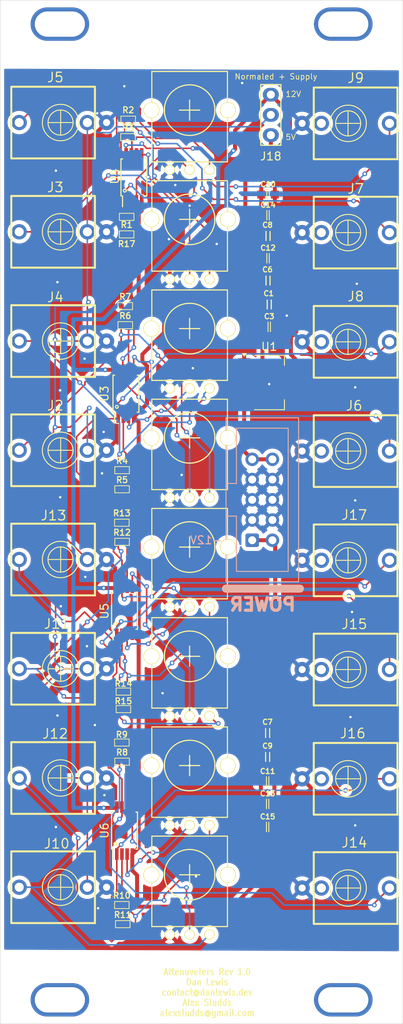
<source format=kicad_pcb>
(kicad_pcb (version 20240108) (generator "pcbnew") (generator_version "8.0")
  (layers (0 "F.Cu" signal) (31 "B.Cu" signal) (34 "B.Paste" user) (35 "F.Paste" user) (36 "B.SilkS" user "B.Silkscreen") (37 "F.SilkS" user "F.Silkscreen") (38 "B.Mask" user) (39 "F.Mask" user) (44 "Edge.Cuts" user))
  (net 0 "")
  (net 1 "Net-(J2-SIG)")
  (net 2 "Net-(U3B-+)")
  (net 3 "Net-(J3-SIG)")
  (net 4 "Net-(U4B-+)")
  (net 5 "Net-(J4-SIG)")
  (net 6 "Net-(U3A-+)")
  (net 7 "Net-(U4A-+)")
  (net 8 "Net-(J5-SIG)")
  (net 9 "Net-(J10-SIG)")
  (net 10 "Net-(U5B-+)")
  (net 11 "Net-(J11-SIG)")
  (net 12 "Net-(U6B-+)")
  (net 13 "Net-(U5A-+)")
  (net 14 "Net-(J12-SIG)")
  (net 15 "Net-(J13-SIG)")
  (net 16 "Net-(U6A-+)")
  (net 17 "+12V")
  (net 18 "-12VA")
  (net 19 "5V")
  (net 20 "NORMALED_IN")
  (net 22 "GNDA")
  (net 23 "Net-(J6-SIG)")
  (net 24 "Net-(J7-SIG)")
  (net 25 "Net-(J8-SIG)")
  (net 26 "Net-(J9-SIG)")
  (net 27 "Net-(J14-SIG)")
  (net 28 "Net-(J15-SIG)")
  (net 29 "Net-(J16-SIG)")
  (net 30 "Net-(J17-SIG)")
  (net 33 "Net-(U3B--)")
  (net 34 "Net-(U4B--)")
  (net 35 "Net-(U3A--)")
  (net 36 "Net-(U4A--)")
  (net 37 "Net-(U5B--)")
  (net 38 "Net-(U6B--)")
  (net 39 "Net-(U5A--)")
  (net 40 "Net-(U6A--)")
  (footprint "4ms_Jack:EighthInch_PJ398SM" (layer "F.Cu") (at 170.1 147.2625 180)
    (property "Reference" "J14")
    (property "Value" "3.5mm_Mono_Switched_sm" (hide yes))
  )
  (footprint "Eurocad:Alpha9mmPot" (layer "F.Cu") (at 150.2 63.314285)
    (property "Reference" "Attenuverter2" (hide yes))
    (property "Value" "100k")
  )
  (footprint "4ms_Resistor:R_0402" (layer "F.Cu") (at 141.715 94.8)
    (property "Reference" "R4")
    (property "Value" "100k_0402" (hide yes))
  )
  (footprint "4ms_Package_SSOP:TSSOP-8_4.4x3mm_Pitch0.65mm" (layer "F.Cu") (at 142.025 112.45 90)
    (property "Reference" "U5")
    (property "Value" "LM358")
  )
  (footprint "4ms_Jack:EighthInch_PJ398SM" (layer "F.Cu") (at 170.1 119.833925 180)
    (property "Reference" "J15")
    (property "Value" "3.5mm_Mono_Switched_sm" (hide yes))
  )
  (footprint "4ms_Resistor:R_0402" (layer "F.Cu") (at 142.115 76.6)
    (property "Reference" "R6")
    (property "Value" "100k_0402" (hide yes))
  )
  (footprint "Package_TO_SOT_SMD:SOT-223-3_TabPin2" (layer "F.Cu") (at 160.2 83.8)
    (property "Reference" "U1")
    (property "Value" "LD1117S50TR_SOT223" (hide yes))
  )
  (footprint "Eurocad:Alpha9mmPot" (layer "F.Cu") (at 150.2 118.171425)
    (property "Reference" "Attenuverter6" (hide yes))
    (property "Value" "100k")
  )
  (footprint "4ms_Resistor:R_0402" (layer "F.Cu") (at 141.715 131.4)
    (property "Reference" "R8")
    (property "Value" "100k_0402" (hide yes))
  )
  (footprint "4ms_Resistor:R_0402" (layer "F.Cu") (at 141.685 149.4 180)
    (property "Reference" "R10")
    (property "Value" "100k_0402" (hide yes))
  )
  (footprint "4ms_Jack:EighthInch_PJ398SM" (layer "F.Cu") (at 170.1 51.2625 180)
    (property "Reference" "J9")
    (property "Value" "3.5mm_Mono_Switched_sm" (hide yes))
  )
  (footprint "4ms_Resistor:R_0402" (layer "F.Cu") (at 142.49 50.8 180)
    (property "Reference" "R2")
    (property "Value" "100k_0402" (hide yes))
  )
  (footprint "4ms_Jack:EighthInch_PJ398SM" (layer "F.Cu") (at 134 78.59107)
    (property "Reference" "J4")
    (property "Value" "3.5mm_Mono_Switched_sm" (hide yes))
  )
  (footprint "4ms_Jack:EighthInch_PJ398SM" (layer "F.Cu") (at 134 106.01964)
    (property "Reference" "J13")
    (property "Value" "3.5mm_Mono_Switched_sm" (hide yes))
  )
  (footprint "4ms_Capacitor:C_0805" (layer "F.Cu") (at 160.2 74)
    (property "Reference" "C1")
    (property "Value" "0.1uF_0805_50V" (hide yes))
  )
  (footprint "4ms_Jack:EighthInch_PJ398SM" (layer "F.Cu") (at 134 92.305355)
    (property "Reference" "J2")
    (property "Value" "3.5mm_Mono_Switched_sm" (hide yes))
  )
  (footprint "4ms_Jack:EighthInch_PJ398SM" (layer "F.Cu") (at 170.1 78.69107 180)
    (property "Reference" "J8")
    (property "Value" "3.5mm_Mono_Switched_sm" (hide yes))
  )
  (footprint "4ms_Package_SSOP:TSSOP-8_4.4x3mm_Pitch0.65mm" (layer "F.Cu") (at 142.025 140.05 90)
    (property "Reference" "U6")
    (property "Value" "LM358")
  )
  (footprint "4ms_Resistor:R_0402" (layer "F.Cu") (at 141.685 129 180)
    (property "Reference" "R9")
    (property "Value" "100k_0402" (hide yes))
  )
  (footprint "4ms_Resistor:R_0402" (layer "F.Cu") (at 141.715 103.8)
    (property "Reference" "R12")
    (property "Value" "100k_0402" (hide yes))
  )
  (footprint "4ms_Resistor:R_0402" (layer "F.Cu") (at 142.29 65.2)
    (property "Reference" "R17")
    (property "Value" "100k_0402" (hide yes))
  )
  (footprint "Eurocad:Alpha9mmPot" (layer "F.Cu") (at 150.2 145.6)
    (property "Reference" "Attenuverter5" (hide yes))
    (property "Value" "100k")
  )
  (footprint "4ms_Jack:EighthInch_PJ398SM" (layer "F.Cu") (at 170.1 106.11964 180)
    (property "Reference" "J17")
    (property "Value" "3.5mm_Mono_Switched_sm" (hide yes))
  )
  (footprint "4ms_Faceplate:Faceplate_Rail_Mount_Slot_Plated" (layer "F.Cu") (at 169.5 38.8)
    (property "Reference" "H2" (hide yes))
    (property "Value" "MountingHole" (hide yes))
  )
  (footprint "4ms_Capacitor:C_0603" (layer "F.Cu") (at 160.05 60.2)
    (property "Reference" "C10")
    (property "Value" "100nF_0603_16V" (hide yes))
  )
  (footprint "4ms_Jack:EighthInch_PJ398SM" (layer "F.Cu") (at 170.1 92.405355 180)
    (property "Reference" "J6")
    (property "Value" "3.5mm_Mono_Switched_sm" (hide yes))
  )
  (footprint "4ms_Resistor:R_0402" (layer "F.Cu") (at 141.685 101.4 180)
    (property "Reference" "R13")
    (property "Value" "100k_0402" (hide yes))
  )
  (footprint "4ms_Package_SSOP:TSSOP-8_4.4x3mm_Pitch0.65mm" (layer "F.Cu") (at 143.2 58.05 90)
    (property "Reference" "U4")
    (property "Value" "LM358")
  )
  (footprint "4ms_Capacitor:C_0805" (layer "F.Cu") (at 160 127.8)
    (property "Reference" "C7")
    (property "Value" "22uF_0603_16V" (hide yes))
  )
  (footprint "4ms_Jack:EighthInch_PJ398SM" (layer "F.Cu") (at 170.1 133.54821 180)
    (property "Reference" "J16")
    (property "Value" "3.5mm_Mono_Switched_sm" (hide yes))
  )
  (footprint "Eurocad:Alpha9mmPot" (layer "F.Cu") (at 150.2 90.742855)
    (property "Reference" "Attenuverter1" (hide yes))
    (property "Value" "100k")
  )
  (footprint "4ms_Capacitor:C_0603" (layer "F.Cu") (at 160 136.7)
    (property "Reference" "C13")
    (property "Value" "100nF_0603_16V" (hide yes))
  )
  (footprint "4ms_Resistor:R_0402" (layer "F.Cu") (at 141.885 122.6 180)
    (property "Reference" "R14")
    (property "Value" "100k_0402" (hide yes))
  )
  (footprint "4ms_Resistor:R_0402" (layer "F.Cu") (at 141.8 151.8)
    (property "Reference" "R11")
    (property "Value" "100k_0402" (hide yes))
  )
  (footprint "4ms_Faceplate:Faceplate_Rail_Mount_Slot_Plated" (layer "F.Cu") (at 133.9 161.3)
    (property "Reference" "H3" (hide yes))
    (property "Value" "MountingHole" (hide yes))
  )
  (footprint "4ms_Resistor:R_0402" (layer "F.Cu") (at 141.885 124.8 180)
    (property "Reference" "R15")
    (property "Value" "100k_0402" (hide yes))
  )
  (footprint "4ms_Jack:EighthInch_PJ398SM" (layer "F.Cu") (at 134 147.1625)
    (property "Reference" "J10")
    (property "Value" "3.5mm_Mono_Switched_sm" (hide yes))
  )
  (footprint "4ms_Resistor:R_0402" (layer "F.Cu") (at 141.715 97.2)
    (property "Reference" "R5")
    (property "Value" "100k_0402" (hide yes))
  )
  (footprint "4ms_Capacitor:C_0603" (layer "F.Cu") (at 160 139.6)
    (property "Reference" "C15")
    (property "Value" "100nF_0603_16V" (hide yes))
  )
  (footprint "4ms_Connector:Pins_1x03_2.54mm_TH" (layer "F.Cu") (at 160.4 50.2)
    (property "Reference" "J18")
    (property "Value" "Conn_01x03" (hide yes))
  )
  (footprint "Eurocad:Alpha9mmPot" (layer "F.Cu") (at 150.2 104.45714)
    (property "Reference" "Attenuverter8" (hide yes))
    (property "Value" "100k")
  )
  (footprint "Eurocad:Alpha9mmPot" (layer "F.Cu") (at 150.2 77.02857)
    (property "Reference" "Attenuverter3" (hide yes))
    (property "Value" "100k")
  )
  (footprint "4ms_Faceplate:Faceplate_Rail_Mount_Slot_Plated" (layer "F.Cu") (at 169.5 161.3)
    (property "Reference" "H4" (hide yes))
    (property "Value" "MountingHole" (hide yes))
  )
  (footprint "4ms_Capacitor:C_0805" (layer "F.Cu") (at 160 130.8)
    (property "Reference" "C9")
    (property "Value" "22uF_0603_16V" (hide yes))
  )
  (footprint "4ms_Capacitor:C_0603" (layer "F.Cu") (at 160.05 68.2)
    (property "Reference" "C12")
    (property "Value" "100nF_0603_16V" (hide yes))
  )
  (footprint "4ms_Faceplate:Faceplate_Rail_Mount_Slot_Plated" (layer "F.Cu") (at 133.9 38.8)
    (property "Reference" "H1" (hide yes))
    (property "Value" "MountingHole" (hide yes))
  )
  (footprint "4ms_Resistor:R_0402" (layer "F.Cu") (at 142.29 63 180)
    (property "Reference" "R1")
    (property "Value" "100k_0402" (hide yes))
  )
  (footprint "4ms_Jack:EighthInch_PJ398SM" (layer "F.Cu") (at 134 119.733925)
    (property "Reference" "J11")
    (property "Value" "3.5mm_Mono_Switched_sm" (hide yes))
  )
  (footprint "4ms_Resistor:R_0402" (layer "F.Cu") (at 142.46 53)
    (property "Reference" "R3")
    (property "Value" "100k_0402" (hide yes))
  )
  (footprint "Eurocad:Alpha9mmPot" (layer "F.Cu") (at 150.2 49.6)
    (property "Reference" "Attenuverter4" (hide yes))
    (property "Value" "100k")
  )
  (footprint "4ms_Package_SSOP:TSSOP-8_4.4x3mm_Pitch0.65mm" (layer "F.Cu") (at 142.2 85.2 90)
    (property "Reference" "U3")
    (property "Value" "LM358")
  )
  (footprint "4ms_Resistor:R_0402" (layer "F.Cu") (at 142.115 74.2)
    (property "Reference" "R7")
    (property "Value" "100k_0402" (hide yes))
  )
  (footprint "4ms_Capacitor:C_0603" (layer "F.Cu") (at 160 133.9)
    (property "Reference" "C11")
    (property "Value" "100nF_0603_16V" (hide yes))
  )
  (footprint "4ms_Jack:EighthInch_PJ398SM" (layer "F.Cu") (at 170.1 64.976785 180)
    (property "Reference" "J7")
    (property "Value" "3.5mm_Mono_Switched_sm" (hide yes))
  )
  (footprint "4ms_Capacitor:C_0603" (layer "F.Cu") (at 160.05 62.8)
    (property "Reference" "C14")
    (property "Value" "100nF_0603_16V" (hide yes))
  )
  (footprint "4ms_Capacitor:C_0805" (layer "F.Cu") (at 160.05 71)
    (property "Reference" "C6")
    (property "Value" "22uF_0603_16V" (hide yes))
  )
  (footprint "4ms_Capacitor:C_0805" (layer "F.Cu") (at 160.05 65.4)
    (property "Reference" "C8")
    (property "Value" "22uF_0603_16V" (hide yes))
  )
  (footprint "4ms_Jack:EighthInch_PJ398SM" (layer "F.Cu") (at 134 133.44821)
    (property "Reference" "J12")
    (property "Value" "3.5mm_Mono_Switched_sm" (hide yes))
  )
  (footprint "4ms_Jack:EighthInch_PJ398SM" (layer "F.Cu") (at 134 51.1625)
    (property "Reference" "J5")
    (property "Value" "3.5mm_Mono_Switched_sm" (hide yes))
  )
  (footprint "4ms_Jack:EighthInch_PJ398SM" (layer "F.Cu") (at 134 64.876785)
    (property "Reference" "J3")
    (property "Value" "3.5mm_Mono_Switched_sm" (hide yes))
  )
  (footprint "Eurocad:Alpha9mmPot" (layer "F.Cu") (at 150.2 131.88571)
    (property "Reference" "Attenuverter7" (hide yes))
    (property "Value" "100k")
  )
  (footprint "4ms_Capacitor:C_0603" (layer "F.Cu") (at 160.2 76.8)
    (property "Reference" "C3")
    (property "Value" "10uF_0603_10V")
  )
  (footprint "4ms_Connector:Pins_2x05_2.54mm_TH_EurorackPower_Shrouded" (layer "B.Cu") (at 159.33 98.52 180)
    (property "Reference" "J1")
    (property "Value" "Eurorack_Power_10pin_Shrouded")
  )
  (gr_rect (start 126.405993 35.800135) (end 176.985993 164.300135) (stroke (width 0.05)) (fill none) (layer "Edge.Cuts"))
  (gr_text "Normaled + Supply" (at 155.8 45.8 0) (layer "F.SilkS") (effects (font (size 0.7 0.7) (thickness 0.1)) (justify left bottom)))
  (gr_text "Attenuveters Rev 1.0\nDan Lewis\ncontact@danlewis.dev\nAlex Sludds\nalexsludds@gmail.com" (at 152.4 163.4 0) (layer "F.SilkS") (effects (font (size 0.8 0.7) (thickness 0.15) (bold yes)) (justify bottom)))
  (gr_text "12V" (at 162.2 48 0) (layer "F.SilkS") (effects (font (size 0.7 0.7) (thickness 0.1)) (justify left bottom)))
  (gr_text "5V" (at 162.2 53.4 0) (layer "F.SilkS") (effects (font (size 0.7 0.7) (thickness 0.1)) (justify left bottom)))
  (segment (start 141.6 79.2) (end 141.6 77.8) (width 0.2) (layer "F.Cu") (net 1))
  (segment (start 137.05 84.048355) (end 137.05 83.75) (width 0.2) (layer "F.Cu") (net 1))
  (segment (start 149.2 89.4) (end 149.2 83.4) (width 0.2) (layer "F.Cu") (net 1))
  (segment (start 149.8 90) (end 149.2 89.4) (width 0.2) (layer "F.Cu") (net 1))
  (segment (start 141.6 76.63) (end 141.63 76.6) (width 0.2) (layer "F.Cu") (net 1))
  (segment (start 128.793 92.305355) (end 137.05 84.048355) (width 0.2) (layer "F.Cu") (net 1))
  (segment (start 137.05 83.75) (end 141.6 79.2) (width 0.2) (layer "F.Cu") (net 1))
  (segment (start 149.2 83.4) (end 146.2 80.4) (width 0.2) (layer "F.Cu") (net 1))
  (segment (start 141.6 77.8) (end 141.6 76.63) (width 0.2) (layer "F.Cu") (net 1))
  (via (at 146.2 80.4) (size 0.6) (drill 0.3) (layers "F.Cu" "B.Cu") (net 1))
  (via (at 149.8 90) (size 0.6) (drill 0.3) (layers "F.Cu" "B.Cu") (net 1))
  (via (at 141.6 77.8) (size 0.6) (drill 0.3) (layers "F.Cu" "B.Cu") (net 1))
  (segment (start 141.6 77.8) (end 143.8 77.8) (width 0.2) (layer "B.Cu") (net 1))
  (segment (start 143.8 77.8) (end 146.2 80.2) (width 0.2) (layer "B.Cu") (net 1))
  (segment (start 152.7 92.9) (end 149.8 90) (width 0.2) (layer "B.Cu") (net 1))
  (segment (start 146.2 80.2) (end 146.2 80.4) (width 0.2) (layer "B.Cu") (net 1))
  (segment (start 152.7 98.242855) (end 152.7 92.9) (width 0.2) (layer "B.Cu") (net 1))
  (segment (start 143.175 82.25) (end 143.175 80.700177) (width 0.2) (layer "F.Cu") (net 2))
  (segment (start 143.175 80.700177) (end 143.268794 80.606383) (width 0.2) (layer "F.Cu") (net 2))
  (segment (start 145.4 85.2) (end 145.4 81.2) (width 0.2) (layer "F.Cu") (net 2))
  (segment (start 148.6 90.4) (end 148.6 88.4) (width 0.2) (layer "F.Cu") (net 2))
  (segment (start 148.6 88.4) (end 145.4 85.2) (width 0.2) (layer "F.Cu") (net 2))
  (via (at 148.6 90.4) (size 0.6) (drill 0.3) (layers "F.Cu" "B.Cu") (net 2))
  (via (at 143.268794 80.606383) (size 0.6) (drill 0.3) (layers "F.Cu" "B.Cu") (net 2))
  (via (at 145.4 81.2) (size 0.6) (drill 0.3) (layers "F.Cu" "B.Cu") (net 2))
  (segment (start 150.2 98.242855) (end 150.2 92) (width 0.2) (layer "B.Cu") (net 2))
  (segment (start 150.2 92) (end 148.6 90.4) (width 0.2) (layer "B.Cu") (net 2))
  (segment (start 143.862411 81.2) (end 143.268794 80.606383) (width 0.2) (layer "B.Cu") (net 2))
  (segment (start 145.4 81.2) (end 143.862411 81.2) (width 0.2) (layer "B.Cu") (net 2))
  (segment (start 132.923215 64.876785) (end 139.4 58.4) (width 0.2) (layer "F.Cu") (net 3))
  (segment (start 139.4 58.4) (end 140 57.8) (width 0.2) (layer "F.Cu") (net 3))
  (segment (start 145.788482 57.864717) (end 145.788482 58.107721) (width 0.2) (layer "F.Cu") (net 3))
  (segment (start 128.793 64.876785) (end 132.923215 64.876785) (width 0.2) (layer "F.Cu") (net 3))
  (segment (start 145.788482 58.107721) (end 152.7 65.019239) (width 0.2) (layer "F.Cu") (net 3))
  (segment (start 144 52.4) (end 142.975 51.375) (width 0.2) (layer "F.Cu") (net 3))
  (segment (start 152.7 65.019239) (end 152.7 70.814285) (width 0.2) (layer "F.Cu") (net 3))
  (segment (start 142.975 51.375) (end 142.975 50.8) (width 0.2) (layer "F.Cu") (net 3))
  (via (at 140 57.8) (size 0.6) (drill 0.3) (layers "F.Cu" "B.Cu") (net 3))
  (via (at 145.788482 57.864717) (size 0.6) (drill 0.3) (layers "F.Cu" "B.Cu") (net 3))
  (via (at 144 52.4) (size 0.6) (drill 0.3) (layers "F.Cu" "B.Cu") (net 3))
  (segment (start 145.6 57.864717) (end 145.6 58.248529) (width 0.2) (layer "B.Cu") (net 3))
  (segment (start 145.788482 57.864717) (end 145.6 57.864717) (width 0.2) (layer "B.Cu") (net 3))
  (segment (start 145.6 58.248529) (end 145.248529 58.6) (width 0.2) (layer "B.Cu") (net 3))
  (segment (start 145.6 57.676235) (end 145.6 54) (width 0.2) (layer "B.Cu") (net 3))
  (segment (start 143.951471 57.8) (end 140 57.8) (width 0.2) (layer "B.Cu") (net 3))
  (segment (start 145.788482 57.864717) (end 145.6 57.676235) (width 0.2) (layer "B.Cu") (net 3))
  (segment (start 145.248529 58.6) (end 144.751471 58.6) (width 0.2) (layer "B.Cu") (net 3))
  (segment (start 145.6 54) (end 144 52.4) (width 0.2) (layer "B.Cu") (net 3))
  (segment (start 144.751471 58.6) (end 143.951471 57.8) (width 0.2) (layer "B.Cu") (net 3))
  (segment (start 150.2 63.2) (end 145 58) (width 0.2) (layer "F.Cu") (net 4))
  (segment (start 144.275 55.2) (end 144.175 55.1) (width 0.2) (layer "F.Cu") (net 4))
  (segment (start 150.2 70.814285) (end 150.2 63.2) (width 0.2) (layer "F.Cu") (net 4))
  (segment (start 145 55.2) (end 144.275 55.2) (width 0.2) (layer "F.Cu") (net 4))
  (via (at 145 55.2) (size 0.6) (drill 0.3) (layers "F.Cu" "B.Cu") (net 4))
  (via (at 145 58) (size 0.6) (drill 0.3) (layers "F.Cu" "B.Cu") (net 4))
  (segment (start 145 55.2) (end 145 58) (width 0.2) (layer "B.Cu") (net 4))
  (segment (start 131.19107 78.59107) (end 136.4 83.8) (width 0.2) (layer "F.Cu") (net 5))
  (segment (start 128.793 78.59107) (end 131.19107 78.59107) (width 0.2) (layer "F.Cu") (net 5))
  (segment (start 150.2 87.6) (end 152 85.8) (width 0.2) (layer "F.Cu") (net 5))
  (segment (start 141.23 94.8) (end 141.23 92.97) (width 0.2) (layer "F.Cu") (net 5))
  (segment (start 141.23 92.97) (end 141.4 92.8) (width 0.2) (layer "F.Cu") (net 5))
  (segment (start 150.2 88.8) (end 150.2 87.6) (width 0.2) (layer "F.Cu") (net 5))
  (via (at 136.4 83.8) (size 0.6) (drill 0.3) (layers "F.Cu" "B.Cu") (net 5))
  (via (at 150.2 88.8) (size 0.6) (drill 0.3) (layers "F.Cu" "B.Cu") (net 5))
  (via (at 141.4 92.8) (size 0.6) (drill 0.3) (layers "F.Cu" "B.Cu") (net 5))
  (via (at 152 85.8) (size 0.6) (drill 0.3) (layers "F.Cu" "B.Cu") (net 5))
  (segment (start 152 85.22857) (end 152.7 84.52857) (width 0.2) (layer "B.Cu") (net 5))
  (segment (start 136.4 83.8) (end 141.4 88.8) (width 0.2) (layer "B.Cu") (net 5))
  (segment (start 141.4 92.8) (end 145.4 88.8) (width 0.2) (layer "B.Cu") (net 5))
  (segment (start 141.4 88.8) (end 141.4 92.8) (width 0.2) (layer "B.Cu") (net 5))
  (segment (start 145.4 88.8) (end 150.2 88.8) (width 0.2) (layer "B.Cu") (net 5))
  (segment (start 152 85.8) (end 152 85.22857) (width 0.2) (layer "B.Cu") (net 5))
  (segment (start 144.84038 88.44038) (end 145.88076 87.4) (width 0.2) (layer "F.Cu") (net 6))
  (segment (start 142.6 89.4) (end 142.6 88.225) (width 0.2) (layer "F.Cu") (net 6))
  (segment (start 142.6 88.225) (end 142.525 88.15) (width 0.2) (layer "F.Cu") (net 6))
  (segment (start 145.88076 87.4) (end 146.6 87.4) (width 0.2) (layer "F.Cu") (net 6))
  (segment (start 146.6 87.4) (end 146.64038 87.35962) (width 0.2) (layer "F.Cu") (net 6))
  (via (at 146.64038 87.35962) (size 0.6) (drill 0.3) (layers "F.Cu" "B.Cu") (net 6))
  (via (at 142.6 89.4) (size 0.6) (drill 0.3) (layers "F.Cu" "B.Cu") (net 6))
  (via (at 144.84038 88.44038) (size 0.6) (drill 0.3) (layers "F.Cu" "B.Cu") (net 6))
  (segment (start 150.2 84.52857) (end 147.36895 87.35962) (width 0.2) (layer "B.Cu") (net 6))
  (segment (start 143.55962 88.44038) (end 144.84038 88.44038) (width 0.2) (layer "B.Cu") (net 6))
  (segment (start 142.6 89.4) (end 143.55962 88.44038) (width 0.2) (layer "B.Cu") (net 6))
  (segment (start 147.36895 87.35962) (end 146.64038 87.35962) (width 0.2) (layer "B.Cu") (net 6))
  (segment (start 150.2 57.1) (end 148.1 55) (width 0.2) (layer "F.Cu") (net 7))
  (segment (start 146.8 55) (end 143.525 58.275) (width 0.2) (layer "F.Cu") (net 7))
  (segment (start 148.1 55) (end 146.8 55) (width 0.2) (layer "F.Cu") (net 7))
  (segment (start 143.525 58.275) (end 143.525 61) (width 0.2) (layer "F.Cu") (net 7))
  (segment (start 141.031 49.369) (end 141.2 49.2) (width 0.2) (layer "F.Cu") (net 8))
  (segment (start 152.7 55.5) (end 150.35 53.15) (width 0.2) (layer "F.Cu") (net 8))
  (segment (start 141.2 49.2) (end 130.7555 49.2) (width 0.2) (layer "F.Cu") (net 8))
  (segment (start 130.7555 49.2) (end 128.793 51.1625) (width 0.2) (layer "F.Cu") (net 8))
  (segment (start 141.031 63.569) (end 141.031 49.369) (width 0.2) (layer "F.Cu") (net 8))
  (segment (start 143.8 49.2) (end 141.2 49.2) (width 0.2) (layer "F.Cu") (net 8))
  (segment (start 150.35 53.15) (end 145.95 53.15) (width 0.2) (layer "F.Cu") (net 8))
  (segment (start 144 51.2) (end 144 49.4) (width 0.2) (layer "F.Cu") (net 8))
  (segment (start 145.95 53.15) (end 144 51.2) (width 0.2) (layer "F.Cu") (net 8))
  (segment (start 152.7 57.1) (end 152.7 55.5) (width 0.2) (layer "F.Cu") (net 8))
  (segment (start 141.805 64.405) (end 141 63.6) (width 0.2) (layer "F.Cu") (net 8))
  (segment (start 141.805 65.2) (end 141.805 64.405) (width 0.2) (layer "F.Cu") (net 8))
  (segment (start 141 63.6) (end 141.031 63.569) (width 0.2) (layer "F.Cu") (net 8))
  (segment (start 144 49.4) (end 143.8 49.2) (width 0.2) (layer "F.Cu") (net 8))
  (segment (start 141.4 132.4) (end 141.4 131.57) (width 0.2) (layer "F.Cu") (net 9))
  (segment (start 141.4 131.57) (end 141.23 131.4) (width 0.2) (layer "F.Cu") (net 9))
  (via (at 141.4 132.4) (size 0.6) (drill 0.3) (layers "F.Cu" "B.Cu") (net 9))
  (segment (start 152.7 153.1) (end 151.4 154.4) (width 0.2) (layer "B.Cu") (net 9))
  (segment (start 141.4 137.2) (end 141.4 132.4) (width 0.2) (layer "B.Cu") (net 9))
  (segment (start 131.4375 147.1625) (end 140 138.6) (width 0.2) (layer "B.Cu") (net 9))
  (segment (start 151.4 154.4) (end 137.6 154.4) (width 0.2) (layer "B.Cu") (net 9))
  (segment (start 130.3625 147.1625) (end 128.793 147.1625) (width 0.2) (layer "B.Cu") (net 9))
  (segment (start 137.6 154.4) (end 130.3625 147.1625) (width 0.2) (layer "B.Cu") (net 9))
  (segment (start 128.793 147.1625) (end 131.4375 147.1625) (width 0.2) (layer "B.Cu") (net 9))
  (segment (start 140 138.6) (end 141.4 137.2) (width 0.2) (layer "B.Cu") (net 9))
  (segment (start 144.6 114.2) (end 144.8 114) (width 0.2) (layer "F.Cu") (net 10))
  (segment (start 143 109.5) (end 143 107.8) (width 0.2) (layer "F.Cu") (net 10))
  (segment (start 144.8 114) (end 144.8 109.4) (width 0.2) (layer "F.Cu") (net 10))
  (via (at 144.6 114.2) (size 0.6) (drill 0.3) (layers "F.Cu" "B.Cu") (net 10))
  (via (at 143 107.8) (size 0.6) (drill 0.3) (layers "F.Cu" "B.Cu") (net 10))
  (via (at 144.8 109.4) (size 0.6) (drill 0.3) (layers "F.Cu" "B.Cu") (net 10))
  (segment (start 144.8 109.4) (end 144.6 109.4) (width 0.2) (layer "B.Cu") (net 10))
  (segment (start 150.2 125.671425) (end 150.2 119.8) (width 0.2) (layer "B.Cu") (net 10))
  (segment (start 150.2 119.8) (end 144.6 114.2) (width 0.2) (layer "B.Cu") (net 10))
  (segment (start 144.6 109.4) (end 143 107.8) (width 0.2) (layer "B.Cu") (net 10))
  (segment (start 141.23 103.8) (end 141.23 104.63) (width 0.2) (layer "F.Cu") (net 11))
  (segment (start 128.793 119.733925) (end 131.466075 119.733925) (width 0.2) (layer "F.Cu") (net 11))
  (segment (start 153.8 126.6) (end 153.628575 126.6) (width 0.2) (layer "F.Cu") (net 11))
  (segment (start 141.23 104.63) (end 141.6 105) (width 0.2) (layer "F.Cu") (net 11))
  (segment (start 131.466075 119.733925) (end 137.34038 113.85962) (width 0.2) (layer "F.Cu") (net 11))
  (segment (start 139 123.4) (end 142 126.4) (width 0.2) (layer "F.Cu") (net 11))
  (segment (start 134.6 123.4) (end 139 123.4) (width 0.2) (layer "F.Cu") (net 11))
  (segment (start 153.628575 126.6) (end 152.7 125.671425) (width 0.2) (layer "F.Cu") (net 11))
  (segment (start 134.4 123.2) (end 134.6 123.4) (width 0.2) (layer "F.Cu") (net 11))
  (via (at 137.34038 113.85962) (size 0.6) (drill 0.3) (layers "F.Cu" "B.Cu") (net 11))
  (via (at 134.4 123.2) (size 0.6) (drill 0.3) (layers "F.Cu" "B.Cu") (net 11))
  (via (at 153.8 126.6) (size 0.6) (drill 0.3) (layers "F.Cu" "B.Cu") (net 11))
  (via (at 142 126.4) (size 0.6) (drill 0.3) (layers "F.Cu" "B.Cu") (net 11))
  (via (at 141.6 105) (size 0.6) (drill 0.3) (layers "F.Cu" "B.Cu") (net 11))
  (segment (start 130.933925 119.733925) (end 134.4 123.2) (width 0.2) (layer "B.Cu") (net 11))
  (segment (start 142 126.4) (end 142.221425 126.621425) (width 0.2) (layer "B.Cu") (net 11))
  (segment (start 128.793 119.733925) (end 130.933925 119.733925) (width 0.2) (layer "B.Cu") (net 11))
  (segment (start 153.778575 126.621425) (end 153.8 126.6) (width 0.2) (layer "B.Cu") (net 11))
  (segment (start 141.6 105) (end 141.6 106) (width 0.2) (layer "B.Cu") (net 11))
  (segment (start 142.221425 126.621425) (end 153.778575 126.621425) (width 0.2) (layer "B.Cu") (net 11))
  (segment (start 141.6 106) (end 140 107.6) (width 0.2) (layer "B.Cu") (net 11))
  (segment (start 140 111.2) (end 137.34038 113.85962) (width 0.2) (layer "B.Cu") (net 11))
  (segment (start 140 107.6) (end 140 111.2) (width 0.2) (layer "B.Cu") (net 11))
  (segment (start 143 137.1) (end 143 141.4) (width 0.2) (layer "F.Cu") (net 12))
  (segment (start 149.8 147.2) (end 149.8 148.6) (width 0.2) (layer "F.Cu") (net 12))
  (via (at 149.8 147.2) (size 0.6) (drill 0.3) (layers "F.Cu" "B.Cu") (net 12))
  (via (at 143 141.4) (size 0.6) (drill 0.3) (layers "F.Cu" "B.Cu") (net 12))
  (via (at 149.8 148.6) (size 0.6) (drill 0.3) (layers "F.Cu" "B.Cu") (net 12))
  (segment (start 149.8 149.6) (end 150.2 150) (width 0.2) (layer "B.Cu") (net 12))
  (segment (start 148.969239 147.2) (end 149.8 147.2) (width 0.2) (layer "B.Cu") (net 12))
  (segment (start 149.8 148.6) (end 149.8 149.6) (width 0.2) (layer "B.Cu") (net 12))
  (segment (start 143.169239 141.4) (end 148.969239 147.2) (width 0.2) (layer "B.Cu") (net 12))
  (segment (start 150.2 150) (end 150.2 153.1) (width 0.2) (layer "B.Cu") (net 12))
  (segment (start 143 141.4) (end 143.169239 141.4) (width 0.2) (layer "B.Cu") (net 12))
  (segment (start 142.35 115.4) (end 142.35 117.10373) (width 0.2) (layer "F.Cu") (net 13))
  (segment (start 146.2 115.4) (end 145 116.6) (width 0.2) (layer "F.Cu") (net 13))
  (segment (start 142.35 117.10373) (end 142.365953 117.119683) (width 0.2) (layer "F.Cu") (net 13))
  (segment (start 146.8 115.4) (end 146.2 115.4) (width 0.2) (layer "F.Cu") (net 13))
  (via (at 146.8 115.4) (size 0.6) (drill 0.3) (layers "F.Cu" "B.Cu") (net 13))
  (via (at 145 116.6) (size 0.6) (drill 0.3) (layers "F.Cu" "B.Cu") (net 13))
  (via (at 142.365953 117.119683) (size 0.6) (drill 0.3) (layers "F.Cu" "B.Cu") (net 13))
  (segment (start 150.2 111.95714) (end 146.8 115.35714) (width 0.2) (layer "B.Cu") (net 13))
  (segment (start 142.885636 116.6) (end 142.365953 117.119683) (width 0.2) (layer "B.Cu") (net 13))
  (segment (start 146.8 115.35714) (end 146.8 115.4) (width 0.2) (layer "B.Cu") (net 13))
  (segment (start 145 116.6) (end 142.885636 116.6) (width 0.2) (layer "B.Cu") (net 13))
  (segment (start 147 148.2) (end 152.7 142.5) (width 0.2) (layer "F.Cu") (net 14))
  (segment (start 141 153.4) (end 141.641948 153.4) (width 0.2) (layer "F.Cu") (net 14))
  (segment (start 136.0876 141.1124) (end 136.0876 149.6876) (width 0.2) (layer "F.Cu") (net 14))
  (segment (start 147 148.8) (end 147 148.2) (width 0.2) (layer "F.Cu") (net 14))
  (segment (start 152.7 142.5) (end 152.7 139.38571) (width 0.2) (layer "F.Cu") (net 14))
  (segment (start 136.0876 149.6876) (end 140.4 154) (width 0.2) (layer "F.Cu") (net 14))
  (segment (start 136.2 141) (end 136.0876 141.1124) (width 0.2) (layer "F.Cu") (net 14))
  (segment (start 143.4 151.641948) (end 143.4 150.8) (width 0.2) (layer "F.Cu") (net 14))
  (segment (start 142.17 149.4) (end 142.17 149.57) (width 0.2) (layer "F.Cu") (net 14))
  (segment (start 140.4 154) (end 141 153.4) (width 0.2) (layer "F.Cu") (net 14))
  (segment (start 141.641948 153.4) (end 143.4 151.641948) (width 0.2) (layer "F.Cu") (net 14))
  (segment (start 142.17 149.57) (end 143.4 150.8) (width 0.2) (layer "F.Cu") (net 14))
  (via (at 147 148.8) (size 0.6) (drill 0.3) (layers "F.Cu" "B.Cu") (net 14))
  (via (at 136.2 141) (size 0.6) (drill 0.3) (layers "F.Cu" "B.Cu") (net 14))
  (via (at 143.4 150.8) (size 0.6) (drill 0.3) (layers "F.Cu" "B.Cu") (net 14))
  (segment (start 128.793 133.44821) (end 136.2 140.85521) (width 0.2) (layer "B.Cu") (net 14))
  (segment (start 136.2 140.85521) (end 136.2 141) (width 0.2) (layer "B.Cu") (net 14))
  (segment (start 143.4 150.8) (end 145.4 148.8) (width 0.2) (layer "B.Cu") (net 14))
  (segment (start 145.4 148.8) (end 147 148.8) (width 0.2) (layer "B.Cu") (net 14))
  (segment (start 142.37 120.83) (end 142.6 120.6) (width 0.2) (layer "F.Cu") (net 15))
  (segment (start 135.8 113.8) (end 137 112.6) (width 0.2) (layer "F.Cu") (net 15))
  (segment (start 137 112.6) (end 141.3 116.9) (width 0.2) (layer "F.Cu") (net 15))
  (segment (start 141.431 119.431) (end 142.6 120.6) (width 0.2) (layer "F.Cu") (net 15))
  (segment (start 141.431 118.065314) (end 141.431 119.431) (width 0.2) (layer "F.Cu") (net 15))
  (segment (start 141.3 116.9) (end 141.3 117.934314) (width 0.2) (layer "F.Cu") (net 15))
  (segment (start 148 119) (end 152.7 114.3) (width 0.2) (layer "F.Cu") (net 15))
  (segment (start 152.7 114.3) (end 152.7 111.95714) (width 0.2) (layer "F.Cu") (net 15))
  (segment (start 134.4 113.8) (end 135.8 113.8) (width 0.2) (layer "F.Cu") (net 15))
  (segment (start 141.3 117.934314) (end 141.431 118.065314) (width 0.2) (layer "F.Cu") (net 15))
  (segment (start 142.37 122.6) (end 142.37 120.83) (width 0.2) (layer "F.Cu") (net 15))
  (via (at 134.4 113.8) (size 0.6) (drill 0.3) (layers "F.Cu" "B.Cu") (net 15))
  (via (at 142.6 120.6) (size 0.6) (drill 0.3) (layers "F.Cu" "B.Cu") (net 15))
  (via (at 148 119) (size 0.6) (drill 0.3) (layers "F.Cu" "B.Cu") (net 15))
  (segment (start 142.6 120.6) (end 146.4 120.6) (width 0.2) (layer "B.Cu") (net 15))
  (segment (start 128.793 106.01964) (end 128.793 108.193) (width 0.2) (layer "B.Cu") (net 15))
  (segment (start 128.793 108.193) (end 134.4 113.8) (width 0.2) (layer "B.Cu") (net 15))
  (segment (start 146.4 120.6) (end 148 119) (width 0.2) (layer "B.Cu") (net 15))
  (segment (start 142.4 145.6) (end 142.35 145.55) (width 0.2) (layer "F.Cu") (net 16))
  (segment (start 142.35 145.55) (end 142.35 143) (width 0.2) (layer "F.Cu") (net 16))
  (segment (start 145 142.8) (end 144 143.8) (width 0.2) (layer "F.Cu") (net 16))
  (segment (start 145.6 142.8) (end 145 142.8) (width 0.2) (layer "F.Cu") (net 16))
  (via (at 145.6 142.8) (size 0.6) (drill 0.3) (layers "F.Cu" "B.Cu") (net 16))
  (via (at 142.4 145.6) (size 0.6) (drill 0.3) (layers "F.Cu" "B.Cu") (net 16))
  (via (at 144 143.8) (size 0.6) (drill 0.3) (layers "F.Cu" "B.Cu") (net 16))
  (segment (start 150.2 139.38571) (end 146.78571 142.8) (width 0.2) (layer "B.Cu") (net 16))
  (segment (start 144 143.8) (end 142.4 145.4) (width 0.2) (layer "B.Cu") (net 16))
  (segment (start 142.4 145.4) (end 142.4 145.6) (width 0.2) (layer "B.Cu") (net 16))
  (segment (start 146.78571 142.8) (end 145.6 142.8) (width 0.2) (layer "B.Cu") (net 16))
  (segment (start 139.6 82.2) (end 141.175 82.2) (width 0.5) (layer "F.Cu") (net 17))
  (segment (start 162.919 78.104874) (end 162.919 80.298133) (width 0.5) (layer "F.Cu") (net 17))
  (segment (start 141.175 82.2) (end 141.225 82.25) (width 0.5) (layer "F.Cu") (net 17))
  (segment (start 140.95 137.2) (end 141.05 137.1) (width 0.5) (layer "F.Cu") (net 17))
  (segment (start 159.2 70.9) (end 159.1 71) (width 0.5) (layer "F.Cu") (net 17))
  (segment (start 162.919 80.298133) (end 163.820867 81.2) (width 0.5) (layer "F.Cu") (net 17))
  (segment (start 155.9 54.5) (end 155.9 52.16) (width 0.5) (layer "F.Cu") (net 17))
  (segment (start 165 85.8) (end 164.65 86.15) (width 0.5) (layer "F.Cu") (net 17))
  (segment (start 157.05 92.43) (end 158.06 93.44) (width 0.5) (layer "F.Cu") (net 17))
  (segment (start 164.65 86.15) (end 157.1 86.15) (width 0.5) (layer "F.Cu") (net 17))
  (segment (start 159.2 65.3) (end 159.1 65.4) (width 0.5) (layer "F.Cu") (net 17))
  (segment (start 155.7 54.7) (end 155.9 54.5) (width 0.5) (layer "F.Cu") (net 17))
  (segment (start 159.1 68.1) (end 159.2 68.2) (width 0.5) (layer "F.Cu") (net 17))
  (segment (start 159.1 72.6) (end 159.1 73.85) (width 0.5) (layer "F.Cu") (net 17))
  (segment (start 159.2 62.8) (end 159.2 65.3) (width 0.5) (layer "F.Cu") (net 17))
  (segment (start 144.2 53.8) (end 144.8 54.4) (width 0.2) (layer "F.Cu") (net 17))
  (segment (start 159.1 65.4) (end 159.1 68.1) (width 0.5) (layer "F.Cu") (net 17))
  (segment (start 159.1 71) (end 159.1 72.6) (width 0.5) (layer "F.Cu") (net 17))
  (segment (start 159.2 68.2) (end 159.2 70.9) (width 0.5) (layer "F.Cu") (net 17))
  (segment (start 142.225 55.1) (end 142.225 54.025) (width 0.2) (layer "F.Cu") (net 17))
  (segment (start 159.1 72.6) (end 159.3 72.4) (width 0.5) (layer "F.Cu") (net 17))
  (segment (start 155.9 52.16) (end 160.4 47.66) (width 0.5) (layer "F.Cu") (net 17))
  (segment (start 144.8 54.4) (end 150.6 54.4) (width 0.2) (layer "F.Cu") (net 17))
  (segment (start 157.05 85.7) (end 157.1 85.75) (width 0.5) (layer "F.Cu") (net 17))
  (segment (start 159.2 60.2) (end 159.2 62.8) (width 0.5) (layer "F.Cu") (net 17))
  (segment (start 140.95 109.6) (end 141.05 109.5) (width 0.5) (layer "F.Cu") (net 17))
  (segment (start 159.3 72.4) (end 163.6 72.4) (width 0.5) (layer "F.Cu") (net 17))
  (segment (start 163.820867 81.2) (end 165 81.2) (width 0.5) (layer "F.Cu") (net 17))
  (segment (start 142.225 54.025) (end 142.2 54) (width 0.2) (layer "F.Cu") (net 17))
  (segment (start 160.6 93.44) (end 158.06 93.44) (width 0.5) (layer "F.Cu") (net 17))
  (segment (start 157.05 92.43) (end 157.05 86.1) (width 0.5) (layer "F.Cu") (net 17))
  (segment (start 165 81.2) (end 165 85.8) (width 0.5) (layer "F.Cu") (net 17))
  (segment (start 162.8 50.06) (end 160.4 47.66) (width 0.5) (layer "F.Cu") (net 17))
  (segment (start 159.2 59.2) (end 162.8 55.6) (width 0.5) (layer "F.Cu") (net 17))
  (segment (start 162.8 55.6) (end 162.8 50.06) (width 0.5) (layer "F.Cu") (net 17))
  (segment (start 163.6 72.4) (end 163.6 77.423874) (width 0.5) (layer "F.Cu") (net 17))
  (segment (start 157.1 86.15) (end 157.05 86.1) (width 0.5) (layer "F.Cu") (net 17))
  (segment (start 159.1 73.85) (end 159.25 74) (width 0.5) (layer "F.Cu") (net 17))
  (segment (start 139.4 109.6) (end 140.95 109.6) (width 0.5) (layer "F.Cu") (net 17))
  (segment (start 159.2 60.2) (end 159.2 59.2) (width 0.5) (layer "F.Cu") (net 17))
  (segment (start 139.4 137.2) (end 140.95 137.2) (width 0.5) (layer "F.Cu") (net 17))
  (segment (start 163.6 77.423874) (end 162.919 78.104874) (width 0.5) (layer "F.Cu") (net 17))
  (via (at 142.2 54) (size 0.6) (drill 0.3) (layers "F.Cu" "B.Cu") (net 17))
  (via (at 155.7 54.7) (size 0.6) (drill 0.3) (layers "F.Cu" "B.Cu") (net 17))
  (via (at 144.2 53.8) (size 0.6) (drill 0.3) (layers "F.Cu" "B.Cu") (net 17))
  (via (at 139.4 137.2) (size 0.6) (drill 0.3) (layers "F.Cu" "B.Cu") (net 17))
  (via (at 150.6 54.4) (size 0.6) (drill 0.3) (layers "F.Cu" "B.Cu") (net 17))
  (via (at 139.4 109.6) (size 0.6) (drill 0.3) (layers "F.Cu" "B.Cu") (net 17))
  (via (at 139.6 82.2) (size 0.6) (drill 0.3) (layers "F.Cu" "B.Cu") (net 17))
  (segment (start 135.6 137.2) (end 139.4 137.2) (width 0.5) (layer "B.Cu") (net 17))
  (segment (start 144 54) (end 144.2 53.8) (width 0.2) (layer "B.Cu") (net 17))
  (segment (start 135.6 75.85) (end 135.6 82.2) (width 0.5) (layer "B.Cu") (net 17))
  (segment (start 153.8 56.644365) (end 153.8 61.4) (width 0.5) (layer "B.Cu") (net 17))
  (segment (start 139.35 75.85) (end 135.6 75.85) (width 0.5) (layer "B.Cu") (net 17))
  (segment (start 160.4 48.189889) (end 160.4 47.66) (width 0.5) (layer "B.Cu") (net 17))
  (segment (start 153.8 56.6) (end 155.7 54.7) (width 0.5) (layer "B.Cu") (net 17))
  (segment (start 135.6 109.6) (end 135.6 137.2) (width 0.5) (layer "B.Cu") (net 17))
  (segment (start 151.555635 54.4) (end 150.6 54.4) (width 0.5) (layer "B.Cu") (net 17))
  (segment (start 135.6 82.2) (end 139.6 82.2) (width 0.5) (layer "B.Cu") (net 17))
  (segment (start 135.6 109.6) (end 139.4 109.6) (width 0.5) (layer "B.Cu") (net 17))
  (segment (start 142.2 54) (end 144 54) (width 0.2) (layer "B.Cu") (net 17))
  (segment (start 135.6 82.2) (end 135.6 109.6) (width 0.5) (layer "B.Cu") (net 17))
  (segment (start 153.8 61.4) (end 139.35 75.85) (width 0.5) (layer "B.Cu") (net 17))
  (segment (start 153.8 56.644365) (end 153.8 56.6) (width 0.5) (layer "B.Cu") (net 17))
  (segment (start 153.8 56.644365) (end 151.555635 54.4) (width 0.5) (layer "B.Cu") (net 17))
  (segment (start 143.575 115.975) (end 143.8 115.75) (width 0.5) (layer "F.Cu") (net 18))
  (segment (start 143.8 72.7) (end 147 75.9) (width 0.5) (layer "F.Cu") (net 18))
  (segment (start 155.6 149.6) (end 143.6 149.6) (width 0.5) (layer "F.Cu") (net 18))
  (segment (start 143.8 115.1) (end 143.8 88.775) (width 0.5) (layer "F.Cu") (net 18))
  (segment (start 143.8 115.75) (end 143.8 115.1) (width 0.5) (layer "F.Cu") (net 18))
  (segment (start 143.8 62.6) (end 143.8 72.7) (width 0.5) (layer "F.Cu") (net 18))
  (segment (start 160.85 139.6) (end 160.85 144.35) (width 0.5) (layer "F.Cu") (net 18))
  (segment (start 160.85 144.35) (end 155.6 149.6) (width 0.5) (layer "F.Cu") (net 18))
  (segment (start 144.175 62.225) (end 143.8 62.6) (width 0.5) (layer "F.Cu") (net 18))
  (segment (start 160.95 130.8) (end 160.95 133.8) (width 0.5) (layer "F.Cu") (net 18))
  (segment (start 143.8 115.1) (end 143.8 117.8) (width 0.5) (layer "F.Cu") (net 18))
  (segment (start 160.95 127.8) (end 160.95 130.8) (width 0.5) (layer "F.Cu") (net 18))
  (segment (start 144.26552 80.256086) (end 144.26552 81.13448) (width 0.5) (layer "F.Cu") (net 18))
  (segment (start 144.175 61) (end 144.175 62.225) (width 0.5) (layer "F.Cu") (net 18))
  (segment (start 158.06 103.6) (end 160.6 103.6) (width 0.5) (layer "F.Cu") (net 18))
  (segment (start 160.85 133.9) (end 160.85 136.7) (width 0.5) (layer "F.Cu") (net 18))
  (segment (start 143.8 116.2) (end 143.575 115.975) (width 0.5) (layer "F.Cu") (net 18))
  (segment (start 143.8 88.775) (end 143.175 88.15) (width 0.5) (layer "F.Cu") (net 18))
  (segment (start 143.6 145.668629) (end 143 145.068629) (width 0.5) (layer "F.Cu") (net 18))
  (segment (start 143.575 115.975) (end 143 115.4) (width 0.5) (layer "F.Cu") (net 18))
  (segment (start 147 75.9) (end 147 77.521606) (width 0.5) (layer "F.Cu") (net 18))
  (segment (start 160.6 103.6) (end 160.95 103.95) (width 0.5) (layer "F.Cu") (net 18))
  (segment (start 143 145.068629) (end 143 143) (width 0.5) (layer "F.Cu") (net 18))
  (segment (start 143 143) (end 143.8 142.2) (width 0.5) (layer "F.Cu") (net 18))
  (segment (start 160.85 136.7) (end 160.85 139.6) (width 0.5) (layer "F.Cu") (net 18))
  (segment (start 161.05 127.7) (end 160.95 127.8) (width 0.5) (layer "F.Cu") (net 18))
  (segment (start 144.85 86.475) (end 143.175 88.15) (width 0.5) (layer "F.Cu") (net 18))
  (segment (start 143.8 142.2) (end 143.8 117.8) (width 0.5) (layer "F.Cu") (net 18))
  (segment (start 144.85 81.71896) (end 144.85 86.475) (width 0.5) (layer "F.Cu") (net 18))
  (segment (start 147 77.521606) (end 144.26552 80.256086) (width 0.5) (layer "F.Cu") (net 18))
  (segment (start 144.26552 81.13448) (end 144.85 81.71896) (width 0.5) (layer "F.Cu") (net 18))
  (segment (start 143.8 117.8) (end 143.8 116.2) (width 0.5) (layer "F.Cu") (net 18))
  (segment (start 143.6 149.6) (end 143.6 145.668629) (width 0.5) (layer "F.Cu") (net 18))
  (segment (start 160.95 133.8) (end 160.85 133.9) (width 0.5) (layer "F.Cu") (net 18))
  (segment (start 160.95 103.95) (end 160.95 127.8) (width 0.5) (layer "F.Cu") (net 18))
  (segment (start 157.2 58) (end 160.4 54.8) (width 0.5) (layer "F.Cu") (net 19))
  (segment (start 157.2 74.6) (end 157.2 58) (width 0.5) (layer "F.Cu") (net 19))
  (segment (start 159.35 81.5) (end 159.35 81.1) (width 0.5) (layer "F.Cu") (net 19))
  (segment (start 159.35 76.75) (end 157.2 74.6) (width 0.5) (layer "F.Cu") (net 19))
  (segment (start 160.4 54.8) (end 160.4 52.74) (width 0.5) (layer "F.Cu") (net 19))
  (segment (start 159.35 81.1) (end 161.05 81.1) (width 0.5) (layer "F.Cu") (net 19))
  (segment (start 161.05 81.5) (end 163.35 83.8) (width 0.5) (layer "F.Cu") (net 19))
  (segment (start 159.35 81.1) (end 159.35 76.8) (width 0.5) (layer "F.Cu") (net 19))
  (segment (start 157.05 83.8) (end 159.35 81.5) (width 0.5) (layer "F.Cu") (net 19))
  (segment (start 161.05 81.1) (end 161.05 81.5) (width 0.5) (layer "F.Cu") (net 19))
  (segment (start 159.35 76.8) (end 159.35 76.75) (width 0.5) (layer "F.Cu") (net 19))
  (segment (start 132.74821 133.44821) (end 137.3528 133.44821) (width 0.2) (layer "F.Cu") (net 20))
  (segment (start 137.5 73.7) (end 137.3528 73.8472) (width 0.2) (layer "F.Cu") (net 20))
  (segment (start 133.36658 102.03342) (end 137.3528 106.01964) (width 0.2) (layer "F.Cu") (net 20))
  (segment (start 133.36658 115.63342) (end 133.3 115.7) (width 0.2) (layer "F.Cu") (net 20))
  (segment (start 134.133925 119.733925) (end 137.3528 119.733925) (width 0.2) (layer "F.Cu") (net 20))
  (segment (start 137.3528 133.44821) (end 137.3528 147.1625) (width 0.2) (layer "F.Cu") (net 20))
  (segment (start 134.1 119.7) (end 134.133925 119.733925) (width 0.2) (layer "F.Cu") (net 20))
  (segment (start 133.3 89.4) (end 135.2 89.4) (width 0.2) (layer "F.Cu") (net 20))
  (segment (start 133.36658 102.03342) (end 133.1 101.76684) (width 0.2) (layer "F.Cu") (net 20))
  (segment (start 133.1 89.6) (end 133.3 89.4) (width 0.2) (layer "F.Cu") (net 20))
  (segment (start 133.3 78.4) (end 133.49107 78.59107) (width 0.2) (layer "F.Cu") (net 20))
  (segment (start 133.1 101.76684) (end 133.1 89.6) (width 0.2) (layer "F.Cu") (net 20))
  (segment (start 134.1 119.7) (end 132 121.8) (width 0.2) (layer "F.Cu") (net 20))
  (segment (start 132 121.8) (end 132 132.7) (width 0.2) (layer "F.Cu") (net 20))
  (segment (start 133.36658 102.03342) (end 133.36658 115.63342) (width 0.2) (layer "F.Cu") (net 20))
  (segment (start 133.49107 78.59107) (end 137.3528 78.59107) (width 0.2) (layer "F.Cu") (net 20))
  (segment (start 135.2 89.4) (end 137.6 87) (width 0.2) (layer "F.Cu") (net 20))
  (segment (start 137.3528 73.8472) (end 137.3528 78.59107) (width 0.2) (layer "F.Cu") (net 20))
  (segment (start 132 132.7) (end 132.74821 133.44821) (width 0.2) (layer "F.Cu") (net 20))
  (via (at 133.3 78.4) (size 0.6) (drill 0.3) (layers "F.Cu" "B.Cu") (net 20))
  (via (at 133.3 89.4) (size 0.6) (drill 0.3) (layers "F.Cu" "B.Cu") (net 20))
  (via (at 137.5 73.7) (size 0.6) (drill 0.3) (layers "F.Cu" "B.Cu") (net 20))
  (via (at 133.3 115.7) (size 0.6) (drill 0.3) (layers "F.Cu" "B.Cu") (net 20))
  (via (at 134.1 119.7) (size 0.6) (drill 0.3) (layers "F.Cu" "B.Cu") (net 20))
  (via (at 137.6 87) (size 0.6) (drill 0.3) (layers "F.Cu" "B.Cu") (net 20))
  (segment (start 140.289863 52.4277) (end 138.618 52.4277) (width 0.2) (layer "B.Cu") (net 20))
  (segment (start 138.618 52.4277) (end 137.3528 51.1625) (width 0.2) (layer "B.Cu") (net 20))
  (segment (start 137.3528 87.2472) (end 137.3528 92.305355) (width 0.2) (layer "B.Cu") (net 20))
  (segment (start 158.913437 51.686563) (end 141.031 51.686563) (width 0.2) (layer "B.Cu") (net 20))
  (segment (start 137.5 73.7) (end 137 74.2) (width 0.2) (layer "B.Cu") (net 20))
  (segment (start 137.6 87) (end 137.3528 87.2472) (width 0.2) (layer "B.Cu") (net 20))
  (segment (start 137 74.2) (end 133.3 74.2) (width 0.2) (layer "B.Cu") (net 20))
  (segment (start 133.3 115.7) (end 133.3 118.9) (width 0.2) (layer "B.Cu") (net 20))
  (segment (start 141.031 51.686563) (end 140.289863 52.4277) (width 0.2) (layer "B.Cu") (net 20))
  (segment (start 160.4 50.2) (end 158.913437 51.686563) (width 0.2) (layer "B.Cu") (net 20))
  (segment (start 133.3 118.9) (end 134.1 119.7) (width 0.2) (layer "B.Cu") (net 20))
  (segment (start 137.3528 73.5528) (end 137.5 73.7) (width 0.2) (layer "B.Cu") (net 20))
  (segment (start 137.3528 51.1625) (end 137.3528 73.5528) (width 0.2) (layer "B.Cu") (net 20))
  (segment (start 133.3 78.4) (end 133.3 89.4) (width 0.2) (layer "B.Cu") (net 20))
  (segment (start 133.3 74.2) (end 133.3 78.4) (width 0.2) (layer "B.Cu") (net 20))
  (segment (start 148.4 59) (end 148.4 59.8) (width 0.5) (layer "F.Cu") (net 22))
  (segment (start 148.4 59) (end 148.4 57.8) (width 0.5) (layer "F.Cu") (net 22))
  (segment (start 147.6 65.8) (end 147.7 65.9) (width 0.5) (layer "F.Cu") (net 22))
  (segment (start 148.4 57.8) (end 147.7 57.1) (width 0.5) (layer "F.Cu") (net 22))
  (segment (start 147.7 65.9) (end 147.7 70.814285) (width 0.5) (layer "F.Cu") (net 22))
  (segment (start 148.4 59.8) (end 150.2 61.6) (width 0.5) (layer "F.Cu") (net 22))
  (via (at 146.8 122.8) (size 0.6) (drill 0.3) (layers "F.Cu" "B.Cu") (net 22))
  (via (at 160.2 84) (size 0.6) (drill 0.3) (layers "F.Cu" "B.Cu") (net 22))
  (via (at 137.3 116.9) (size 0.6) (drill 0.3) (layers "F.Cu" "B.Cu") (net 22))
  (via (at 150.6 82) (size 0.6) (drill 0.3) (layers "F.Cu" "B.Cu") (net 22))
  (via (at 171 98.6) (size 0.6) (drill 0.3) (layers "F.Cu" "B.Cu") (net 22))
  (via (at 171 139.4) (size 0.6) (drill 0.3) (layers "F.Cu" "B.Cu") (net 22))
  (via (at 139.5 135.6) (size 0.6) (drill 0.3) (layers "F.Cu" "B.Cu") (net 22))
  (via (at 138.7 149.8) (size 0.6) (drill 0.3) (layers "F.Cu" "B.Cu") (net 22))
  (via (at 149.2 95.4) (size 0.6) (drill 0.3) (layers "F.Cu" "B.Cu") (net 22))
  (via (at 162.4 75.4) (size 0.6) (drill 0.3) (layers "F.Cu" "B.Cu") (net 22))
  (via (at 171 84.4) (size 0.6) (drill 0.3) (layers "F.Cu" "B.Cu") (net 22))
  (via (at 156.8 46.2) (size 0.6) (drill 0.3) (layers "F.Cu" "B.Cu") (net 22))
  (via (at 138.6 50) (size 0.6) (drill 0.3) (layers "F.Cu" "B.Cu") (net 22))
  (via (at 139.2 95.2) (size 0.6) (drill 0.3) (layers "F.Cu" "B.Cu") (net 22))
  (via (at 170.4 125.8) (size 0.6) (drill 0.3) (layers "F.Cu" "B.Cu") (net 22))
  (via (at 133.95 84.780037) (size 0.6) (drill 0.3) (layers "F.Cu" "B.Cu") (net 22))
  (via (at 150.2 131.88571) (size 0.6) (drill 0.3) (layers "F.Cu" "B.Cu") (net 22))
  (via (at 133.6 125.6) (size 0.6) (drill 0.3) (layers "F.Cu" "B.Cu") (net 22))
  (via (at 133.6 71.2) (size 0.6) (drill 0.3) (layers "F.Cu" "B.Cu") (net 22))
  (via (at 133.4 57.2) (size 0.6) (drill 0.3) (layers "F.Cu" "B.Cu") (net 22))
  (via (at 142 46.6) (size 0.6) (drill 0.3) (layers "F.Cu" "B.Cu") (net 22))
  (via (at 138.3 126.8) (size 0.6) (drill 0.3) (layers "F.Cu" "B.Cu") (net 22))
  (via (at 150.2 118.171425) (size 0.6) (drill 0.3) (layers "F.Cu" "B.Cu") (net 22))
  (via (at 133.4 139.6) (size 0.6) (drill 0.3) (layers "F.Cu" "B.Cu") (net 22))
  (via (at 139.4 90) (size 0.6) (drill 0.3) (layers "F.Cu" "B.Cu") (net 22))
  (via (at 147.6 65.8) (size 0.6) (drill 0.3) (layers "F.Cu" "B.Cu") (net 22))
  (via (at 134.01658 111.891086) (size 0.6) (drill 0.3) (layers "F.Cu" "B.Cu") (net 22))
  (via (at 150.2 104.45714) (size 0.6) (drill 0.3) (layers "F.Cu" "B.Cu") (net 22))
  (via (at 170.6 112.6) (size 0.6) (drill 0.3) (layers "F.Cu" "B.Cu") (net 22))
  (via (at 137.1 108.2) (size 0.6) (drill 0.3) (layers "F.Cu" "B.Cu") (net 22))
  (via (at 153.6 66.4) (size 0.6) (drill 0.3) (layers "F.Cu" "B.Cu") (net 22))
  (via (at 151 145.8) (size 0.6) (drill 0.3) (layers "F.Cu" "B.Cu") (net 22))
  (via (at 137 80.8) (size 0.6) (drill 0.3) (layers "F.Cu" "B.Cu") (net 22))
  (via (at 150.2 61.6) (size 0.6) (drill 0.3) (layers "F.Cu" "B.Cu") (net 22))
  (via (at 133.95 98.2) (size 0.6) (drill 0.3) (layers "F.Cu" "B.Cu") (net 22))
  (via (at 171.2 71.4) (size 0.6) (drill 0.3) (layers "F.Cu" "B.Cu") (net 22))
  (via (at 148.4 59) (size 0.6) (drill 0.3) (layers "F.Cu" "B.Cu") (net 22))
  (segment (start 150.2 61.6) (end 150 61.8) (width 0.5) (layer "B.Cu") (net 22))
  (segment (start 150 61.8) (end 150 63.4) (width 0.5) (layer "B.Cu") (net 22))
  (segment (start 150 63.4) (end 147.6 65.8) (width 0.5) (layer "B.Cu") (net 22))
  (segment (start 143.2 74.8) (end 143.2 79.4) (width 0.2) (layer "F.Cu") (net 23))
  (segment (start 143.8 85.6) (end 141.875 83.675) (width 0.2) (layer "F.Cu") (net 23))
  (segment (start 141.875 83.675) (end 141.875 82.25) (width 0.2) (layer "F.Cu") (net 23))
  (segment (start 141.8 80.8) (end 141.8 82.175) (width 0.2) (layer "F.Cu") (net 23))
  (segment (start 175.307 89.707) (end 175.307 92.405355) (width 0.2) (layer "F.Cu") (net 23))
  (segment (start 142.6 74.2) (end 143.2 74.8) (width 0.2) (layer "F.Cu") (net 23))
  (segment (start 173.6 88) (end 175.307 89.707) (width 0.2) (layer "F.Cu") (net 23))
  (segment (start 141.8 82.175) (end 141.875 82.25) (width 0.2) (layer "F.Cu") (net 23))
  (via (at 141.8 80.8) (size 0.6) (drill 0.3) (layers "F.Cu" "B.Cu") (net 23))
  (via (at 173.6 88) (size 0.6) (drill 0.3) (layers "F.Cu" "B.Cu") (net 23))
  (via (at 143.8 85.6) (size 0.6) (drill 0.3) (layers "F.Cu" "B.Cu") (net 23))
  (via (at 143.2 79.4) (size 0.6) (drill 0.3) (layers "F.Cu" "B.Cu") (net 23))
  (segment (start 143.2 79.4) (end 141.8 80.8) (width 0.2) (layer "B.Cu") (net 23))
  (segment (start 172.61662 88.00962) (end 173.59038 88.00962) (width 0.2) (layer "B.Cu") (net 23))
  (segment (start 173.59038 88.00962) (end 173.6 88) (width 0.2) (layer "B.Cu") (net 23))
  (segment (start 172.61662 88.00962) (end 146.20962 88.00962) (width 0.2) (layer "B.Cu") (net 23))
  (segment (start 146.20962 88.00962) (end 143.8 85.6) (width 0.2) (layer "B.Cu") (net 23))
  (segment (start 145.234314 53) (end 142.945 53) (width 0.2) (layer "F.Cu") (net 24))
  (segment (start 153.2 60.8) (end 151.8 59.4) (width 0.2) (layer "F.Cu") (net 24))
  (segment (start 156 60.8) (end 153.2 60.8) (width 0.2) (layer "F.Cu") (net 24))
  (segment (start 142.945 53) (end 142.945 55.03) (width 0.2) (layer "F.Cu") (net 24))
  (segment (start 170.8 61) (end 171.330215 61) (width 0.2) (layer "F.Cu") (net 24))
  (segment (start 146.2 53.8) (end 146.034314 53.8) (width 0.2) (layer "F.Cu") (net 24))
  (segment (start 171.330215 61) (end 175.307 64.976785) (width 0.2) (layer "F.Cu") (net 24))
  (segment (start 142.945 55.03) (end 142.875 55.1) (width 0.2) (layer "F.Cu") (net 24))
  (segment (start 146.034314 53.8) (end 145.234314 53) (width 0.2) (layer "F.Cu") (net 24))
  (via (at 156 60.8) (size 0.6) (drill 0.3) (layers "F.Cu" "B.Cu") (net 24))
  (via (at 146.2 53.8) (size 0.6) (drill 0.3) (layers "F.Cu" "B.Cu") (net 24))
  (via (at 170.8 61) (size 0.6) (drill 0.3) (layers "F.Cu" "B.Cu") (net 24))
  (via (at 151.8 59.4) (size 0.6) (drill 0.3) (layers "F.Cu" "B.Cu") (net 24))
  (segment (start 156.2 61) (end 156 60.8) (width 0.2) (layer "B.Cu") (net 24))
  (segment (start 167.8 61) (end 170.8 61) (width 0.2) (layer "B.Cu") (net 24))
  (segment (start 146.2 53.8) (end 148.6 53.8) (width 0.2) (layer "B.Cu") (net 24))
  (segment (start 167.8 61) (end 156.2 61) (width 0.2) (layer "B.Cu") (net 24))
  (segment (start 151.75 59.35) (end 151.8 59.4) (width 0.2) (layer "B.Cu") (net 24))
  (segment (start 151.75 56.95) (end 151.75 59.35) (width 0.2) (layer "B.Cu") (net 24))
  (segment (start 148.6 53.8) (end 151.75 56.95) (width 0.2) (layer "B.Cu") (net 24))
  (segment (start 141.4 98) (end 142.2 97.2) (width 0.2) (layer "F.Cu") (net 25))
  (segment (start 136 90.6) (end 136 95) (width 0.2) (layer "F.Cu") (net 25))
  (segment (start 173.79807 80.2) (end 175.307 78.69107) (width 0.2) (layer "F.Cu") (net 25))
  (segment (start 173 80.2) (end 173.79807 80.2) (width 0.2) (layer "F.Cu") (net 25))
  (segment (start 141.8 85.8) (end 141.225 86.375) (width 0.2) (layer "F.Cu") (net 25))
  (segment (start 141.031 88.344) (end 138.256 88.344) (width 0.2) (layer "F.Cu") (net 25))
  (segment (start 136 95) (end 140 99) (width 0.2) (layer "F.Cu") (net 25))
  (segment (start 141.225 88.15) (end 141.031 88.344) (width 0.2) (layer "F.Cu") (net 25))
  (segment (start 140 99) (end 141 98) (width 0.2) (layer "F.Cu") (net 25))
  (segment (start 141 98) (end 141.4 98) (width 0.2) (layer "F.Cu") (net 25))
  (segment (start 138.256 88.344) (end 136 90.6) (width 0.2) (layer "F.Cu") (net 25))
  (segment (start 141.225 86.375) (end 141.225 88.15) (width 0.2) (layer "F.Cu") (net 25))
  (via (at 141.8 85.8) (size 0.6) (drill 0.3) (layers "F.Cu" "B.Cu") (net 25))
  (via (at 173 80.2) (size 0.6) (drill 0.3) (layers "F.Cu" "B.Cu") (net 25))
  (segment (start 141.8 85.8) (end 147.4 80.2) (width 0.2) (layer "B.Cu") (net 25))
  (segment (start 147.4 80.2) (end 172.607 80.2) (width 0.2) (layer "B.Cu") (net 25))
  (segment (start 172.607 80.2) (end 173 80.2) (width 0.2) (layer "B.Cu") (net 25))
  (segment (start 152.656497 58.4) (end 150.75 58.4) (width 0.2) (layer "F.Cu") (net 26))
  (segment (start 153.456497 59.2) (end 152.656497 58.4) (width 0.2) (layer "F.Cu") (net 26))
  (segment (start 141.805 63) (end 141.805 61.42) (width 0.2) (layer "F.Cu") (net 26))
  (segment (start 142.8 59) (end 142.225 59.575) (width 0.2) (layer "F.Cu") (net 26))
  (segment (start 172.2 57.6) (end 175.307 54.493) (width 0.2) (layer "F.Cu") (net 26))
  (segment (start 142.225 59.575) (end 142.225 61) (width 0.2) (layer "F.Cu") (net 26))
  (segment (start 150.75 60.03076) (end 150.85962 60.14038) (width 0.2) (layer "F.Cu") (net 26))
  (segment (start 150.75 58.4) (end 150.75 60.03076) (width 0.2) (layer "F.Cu") (net 26))
  (segment (start 156 59.2) (end 153.456497 59.2) (width 0.2) (layer "F.Cu") (net 26))
  (segment (start 175.307 54.493) (end 175.307 51.2625) (width 0.2) (layer "F.Cu") (net 26))
  (segment (start 141.805 61.42) (end 142.225 61) (width 0.2) (layer "F.Cu") (net 26))
  (via (at 172.2 57.6) (size 0.6) (drill 0.3) (layers "F.Cu" "B.Cu") (net 26))
  (via (at 156 59.2) (size 0.6) (drill 0.3) (layers "F.Cu" "B.Cu") (net 26))
  (via (at 150.85962 60.14038) (size 0.6) (drill 0.3) (layers "F.Cu" "B.Cu") (net 26))
  (via (at 142.8 59) (size 0.6) (drill 0.3) (layers "F.Cu" "B.Cu") (net 26))
  (segment (start 150.4 60.6) (end 150.85962 60.14038) (width 0.2) (layer "B.Cu") (net 26))
  (segment (start 170.6 59.2) (end 172.2 57.6) (width 0.2) (layer "B.Cu") (net 26))
  (segment (start 169.207 59.2) (end 156 59.2) (width 0.2) (layer "B.Cu") (net 26))
  (segment (start 169.207 59.2) (end 170.6 59.2) (width 0.2) (layer "B.Cu") (net 26))
  (segment (start 142.8 59) (end 144.4 60.6) (width 0.2) (layer "B.Cu") (net 26))
  (segment (start 144.4 60.6) (end 150.4 60.6) (width 0.2) (layer "B.Cu") (net 26))
  (segment (start 141.7 133.593147) (end 140.289863 132.18301) (width 0.2) (layer "F.Cu") (net 27))
  (segment (start 140 132.18301) (end 140 130.2) (width 0.2) (layer "F.Cu") (net 27))
  (segment (start 173.4 149.1695) (end 175.307 147.2625) (width 0.2) (layer "F.Cu") (net 27))
  (segment (start 141.4 138.6) (end 141.7 138.3) (width 0.2) (layer "F.Cu") (net 27))
  (segment (start 140.289863 132.18301) (end 140 132.18301) (width 0.2) (layer "F.Cu") (net 27))
  (segment (start 141.7 137.1) (end 141.7 133.593147) (width 0.2) (layer "F.Cu") (net 27))
  (segment (start 173.4 149.4) (end 173.4 149.1695) (width 0.2) (layer "F.Cu") (net 27))
  (segment (start 141.7 138.3) (end 141.7 137.1) (width 0.2) (layer "F.Cu") (net 27))
  (segment (start 140 130.2) (end 141.2 129) (width 0.2) (layer "F.Cu") (net 27))
  (via (at 141.4 138.6) (size 0.6) (drill 0.3) (layers "F.Cu" "B.Cu") (net 27))
  (via (at 173.4 149.4) (size 0.6) (drill 0.3) (layers "F.Cu" "B.Cu") (net 27))
  (segment (start 173.4 149.4) (end 173.4 149.1695) (width 0.2) (layer "B.Cu") (net 27))
  (segment (start 140.2 144.6) (end 140.2 139.8) (width 0.2) (layer "B.Cu") (net 27))
  (segment (start 162.057979 149.4) (end 173.4 149.4) (width 0.2) (layer "B.Cu") (net 27))
  (segment (start 143.4652 147.8652) (end 140.2 144.6) (width 0.2) (layer "B.Cu") (net 27))
  (segment (start 140.2 139.8) (end 141.4 138.6) (width 0.2) (layer "B.Cu") (net 27))
  (segment (start 143.4652 147.8652) (end 160.523179 147.8652) (width 0.2) (layer "B.Cu") (net 27))
  (segment (start 160.523179 147.8652) (end 162.057979 149.4) (width 0.2) (layer "B.Cu") (net 27))
  (segment (start 142 111) (end 141.7 110.7) (width 0.2) (layer "F.Cu") (net 28))
  (segment (start 141.2 101.4) (end 140.635 101.965) (width 0.2) (layer "F.Cu") (net 28))
  (segment (start 140.635 105.035) (end 141.7 106.1) (width 0.2) (layer "F.Cu") (net 28))
  (segment (start 175.307 115.707) (end 175.307 119.833925) (width 0.2) (layer "F.Cu") (net 28))
  (segment (start 145.45 110.680317) (end 146.530317 109.6) (width 0.2) (layer "F.Cu") (net 28))
  (segment (start 140.635 101.965) (end 140.635 105.035) (width 0.2) (layer "F.Cu") (net 28))
  (segment (start 170.2 110.6) (end 175.307 115.707) (width 0.2) (layer "F.Cu") (net 28))
  (segment (start 141.7 106.1) (end 141.7 109.5) (width 0.2) (layer "F.Cu") (net 28))
  (segment (start 146.530317 109.6) (end 148.2 109.6) (width 0.2) (layer "F.Cu") (net 28))
  (segment (start 141.7 110.7) (end 141.7 109.5) (width 0.2) (layer "F.Cu") (net 28))
  (via (at 170.2 110.6) (size 0.6) (drill 0.3) (layers "F.Cu" "B.Cu") (net 28))
  (via (at 142 111) (size 0.6) (drill 0.3) (layers "F.Cu" "B.Cu") (net 28))
  (via (at 145.45 110.680317) (size 0.6) (drill 0.3) (layers "F.Cu" "B.Cu") (net 28))
  (via (at 148.2 109.6) (size 0.6) (drill 0.3) (layers "F.Cu" "B.Cu") (net 28))
  (segment (start 142 111) (end 142.319683 110.680317) (width 0.2) (layer "B.Cu") (net 28))
  (segment (start 149.2 110.6) (end 148.2 109.6) (width 0.2) (layer "B.Cu") (net 28))
  (segment (start 142.319683 110.680317) (end 145.45 110.680317) (width 0.2) (layer "B.Cu") (net 28))
  (segment (start 170.2 110.6) (end 149.2 110.6) (width 0.2) (layer "B.Cu") (net 28))
  (segment (start 173.05179 133.54821) (end 175.307 133.54821) (width 0.2) (layer "F.Cu") (net 29))
  (segment (start 171.6 135) (end 173.05179 133.54821) (width 0.2) (layer "F.Cu") (net 29))
  (segment (start 140.4 148.317563) (end 141.05 147.667563) (width 0.2) (layer "F.Cu") (net 29))
  (segment (start 142.285 151.8) (end 141.485 152.6) (width 0.2) (layer "F.Cu") (net 29))
  (segment (start 141.485 152.6) (end 140.4 152.6) (width 0.2) (layer "F.Cu") (net 29))
  (segment (start 141.05 147.667563) (end 141.05 143) (width 0.2) (layer "F.Cu") (net 29))
  (segment (start 169.8 135) (end 171.6 135) (width 0.2) (layer "F.Cu") (net 29))
  (segment (start 140.4 152.6) (end 140.4 148.317563) (width 0.2) (layer "F.Cu") (net 29))
  (segment (start 141.05 142.35) (end 141.05 143) (width 0.2) (layer "F.Cu") (net 29))
  (segment (start 141.6 141.8) (end 141.05 142.35) (width 0.2) (layer "F.Cu") (net 29))
  (via (at 141.6 141.8) (size 0.6) (drill 0.3) (layers "F.Cu" "B.Cu") (net 29))
  (via (at 169.8 135) (size 0.6) (drill 0.3) (layers "F.Cu" "B.Cu") (net 29))
  (segment (start 148.4 135) (end 169.8 135) (width 0.2) (layer "B.Cu") (net 29))
  (segment (start 148.4 135) (end 141.6 141.8) (width 0.2) (layer "B.Cu") (net 29))
  (segment (start 173.6 108) (end 173.6 107.82664) (width 0.2) (layer "F.Cu") (net 30))
  (segment (start 141.031 118.231) (end 139.2 116.4) (width 0.2) (layer "F.Cu") (net 30))
  (segment (start 141.4 124.8) (end 140.6 124) (width 0.2) (layer "F.Cu") (net 30))
  (segment (start 141.05 114.35) (end 141.05 115.4) (width 0.2) (layer "F.Cu") (net 30))
  (segment (start 140.6 124) (end 140.6 122.4) (width 0.2) (layer "F.Cu") (net 30))
  (segment (start 173.6 107.82664) (end 175.307 106.11964) (width 0.2) (layer "F.Cu") (net 30))
  (segment (start 140.6 122.4) (end 140.6 120.688988) (width 0.2) (layer "F.Cu") (net 30))
  (segment (start 172.2 109.4) (end 173.6 108) (width 0.2) (layer "F.Cu") (net 30))
  (segment (start 141.6 113.8) (end 141.05 114.35) (width 0.2) (layer "F.Cu") (net 30))
  (segment (start 140.6 120.688988) (end 141.031 120.257988) (width 0.2) (layer "F.Cu") (net 30))
  (segment (start 141.031 120.257988) (end 141.031 118.231) (width 0.2) (layer "F.Cu") (net 30))
  (via (at 172.2 109.4) (size 0.6) (drill 0.3) (layers "F.Cu" "B.Cu") (net 30))
  (via (at 139.2 116.4) (size 0.6) (drill 0.3) (layers "F.Cu" "B.Cu") (net 30))
  (via (at 141.6 113.8) (size 0.6) (drill 0.3) (layers "F.Cu" "B.Cu") (net 30))
  (segment (start 171.75 108.95) (end 147.930761 108.95) (width 0.2) (layer "B.Cu") (net 30))
  (segment (start 143.280761 113.8) (end 141.6 113.8) (width 0.2) (layer "B.Cu") (net 30))
  (segment (start 147.930761 108.95) (end 147.35 109.530761) (width 0.2) (layer "B.Cu") (net 30))
  (segment (start 141.6 114) (end 141.6 113.8) (width 0.2) (layer "B.Cu") (net 30))
  (segment (start 147.35 109.730761) (end 143.280761 113.8) (width 0.2) (layer "B.Cu") (net 30))
  (segment (start 139.2 116.4) (end 141.6 114) (width 0.2) (layer "B.Cu") (net 30))
  (segment (start 147.35 109.530761) (end 147.35 109.730761) (width 0.2) (layer "B.Cu") (net 30))
  (segment (start 172.2 109.4) (end 171.75 108.95) (width 0.2) (layer "B.Cu") (net 30))
  (segment (start 141.63 74.2) (end 142.6 75.17) (width 0.2) (layer "F.Cu") (net 33))
  (segment (start 142.6 76.6) (end 142.6 77.2) (width 0.2) (layer "F.Cu") (net 33))
  (segment (start 142.525 77.275) (end 142.525 82.25) (width 0.2) (layer "F.Cu") (net 33))
  (segment (start 142.6 77.2) (end 142.525 77.275) (width 0.2) (layer "F.Cu") (net 33))
  (segment (start 142.6 75.17) (end 142.6 77.2) (width 0.2) (layer "F.Cu") (net 33))
  (segment (start 143.525 55.8) (end 143.375 55.95) (width 0.2) (layer "F.Cu") (net 34))
  (segment (start 141.575 53.4) (end 141.975 53) (width 0.2) (layer "F.Cu") (net 34))
  (segment (start 142.005 50.8) (end 142.005 52.97) (width 0.2) (layer "F.Cu") (net 34))
  (segment (start 141.575 56.4) (end 141.575 53.4) (width 0.2) (layer "F.Cu") (net 34))
  (segment (start 143.375 55.95) (end 143.375 56.4) (width 0.2) (layer "F.Cu") (net 34))
  (segment (start 142.005 52.97) (end 141.975 53) (width 0.2) (layer "F.Cu") (net 34))
  (segment (start 143.375 56.4) (end 141.575 56.4) (width 0.2) (layer "F.Cu") (net 34))
  (segment (start 142.2 92.680761) (end 142.2 94.8) (width 0.2) (layer "F.Cu") (net 35))
  (segment (start 141.875 92.355761) (end 142.2 92.680761) (width 0.2) (layer "F.Cu") (net 35))
  (segment (start 141.875 88.15) (end 141.875 92.355761) (width 0.2) (layer "F.Cu") (net 35))
  (segment (start 142.2 96.23) (end 141.23 97.2) (width 0.2) (layer "F.Cu") (net 35))
  (segment (start 142.2 94.8) (end 142.2 96.23) (width 0.2) (layer "F.Cu") (net 35))
  (segment (start 142.875 62.9) (end 142.775 63) (width 0.2) (layer "F.Cu") (net 36))
  (segment (start 142.775 63) (end 142.775 65.2) (width 0.2) (layer "F.Cu") (net 36))
  (segment (start 142.775 61.1) (end 142.875 61) (width 0.2) (layer "F.Cu") (net 36))
  (segment (start 142.775 63) (end 142.775 61.1) (width 0.2) (layer "F.Cu") (net 36))
  (segment (start 142.35 103.95) (end 142.2 103.8) (width 0.2) (layer "F.Cu") (net 37))
  (segment (start 142.35 109.5) (end 142.35 103.95) (width 0.2) (layer "F.Cu") (net 37))
  (segment (start 142.2 103.8) (end 142.2 101.43) (width 0.2) (layer "F.Cu") (net 37))
  (segment (start 142.2 101.43) (end 142.17 101.4) (width 0.2) (layer "F.Cu") (net 37))
  (segment (start 142.2 131.4) (end 142.2 136.95) (width 0.2) (layer "F.Cu") (net 38))
  (segment (start 142.2 131.4) (end 142.2 129.03) (width 0.2) (layer "F.Cu") (net 38))
  (segment (start 142.2 136.95) (end 142.35 137.1) (width 0.2) (layer "F.Cu") (net 38))
  (segment (start 142.2 129.03) (end 142.17 129) (width 0.2) (layer "F.Cu") (net 38))
  (segment (start 141.4 122.6) (end 141.4 123.83) (width 0.2) (layer "F.Cu") (net 39))
  (segment (start 141.4 120.8) (end 141.4 122.6) (width 0.2) (layer "F.Cu") (net 39))
  (segment (start 141.6 120.6) (end 141.4 120.8) (width 0.2) (layer "F.Cu") (net 39))
  (segment (start 141.7 117.768628) (end 142.07676 118.145388) (width 0.2) (layer "F.Cu") (net 39))
  (segment (start 142.07676 118.145388) (end 142.07676 118.791189) (width 0.2) (layer "F.Cu") (net 39))
  (segment (start 141.4 123.83) (end 142.37 124.8) (width 0.2) (layer "F.Cu") (net 39))
  (segment (start 141.7 115.4) (end 141.7 117.768628) (width 0.2) (layer "F.Cu") (net 39))
  (via (at 142.07676 118.791189) (size 0.6) (drill 0.3) (layers "F.Cu" "B.Cu") (net 39))
  (via (at 141.6 120.6) (size 0.6) (drill 0.3) (layers "F.Cu" "B.Cu") (net 39))
  (segment (start 142.07676 120.12324) (end 142.07676 118.791189) (width 0.2) (layer "B.Cu") (net 39))
  (segment (start 141.6 120.6) (end 142.07676 120.12324) (width 0.2) (layer "B.Cu") (net 39))
  (segment (start 141.315 151.8) (end 141.315 149.515) (width 0.2) (layer "F.Cu") (net 40))
  (segment (start 141.2 149.4) (end 141.7 148.9) (width 0.2) (layer "F.Cu") (net 40))
  (segment (start 141.315 149.515) (end 141.2 149.4) (width 0.2) (layer "F.Cu") (net 40))
  (segment (start 141.7 148.9) (end 141.7 143) (width 0.2) (layer "F.Cu") (net 40))
  (zone (net 22) (net_name "GNDA") (layers "F&B.Cu") (connect_pads (clearance 0.5)) (min_thickness 0.25) (fill yes (thermal_gap 0.5) (thermal_bridge_width 0.5))
    (polygon (pts (xy 126.505993 44.400135) (xy 176.914962 44.607996) (xy 177 155.2) (xy 126.466684 155)))
  )
)
</source>
